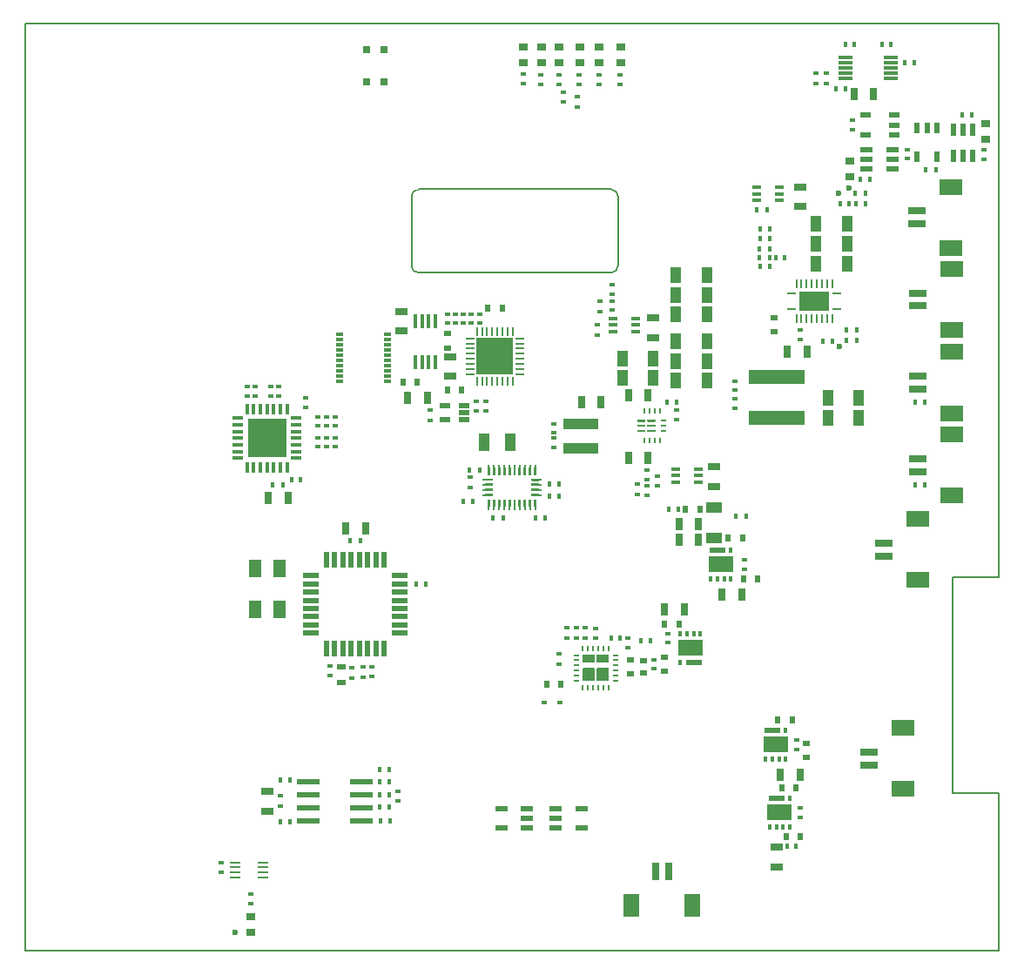
<source format=gtp>
G04*
G04 #@! TF.GenerationSoftware,Altium Limited,Altium Designer,18.1.9 (240)*
G04*
G04 Layer_Color=8421504*
%FSLAX44Y44*%
%MOMM*%
G71*
G01*
G75*
%ADD16C,0.1520*%
%ADD21R,0.8000X1.3000*%
%ADD22R,1.1112X0.2540*%
%ADD23R,1.6000X1.0000*%
%ADD24R,0.4500X0.6000*%
%ADD25R,0.4000X0.6000*%
%ADD26R,0.6000X0.8000*%
%ADD27R,1.3000X0.8000*%
%ADD28R,0.3000X0.6000*%
%ADD29R,1.6000X0.6000*%
%ADD30R,2.4000X1.6000*%
%ADD31R,0.6000X0.4000*%
%ADD32R,0.7000X1.8000*%
%ADD33R,1.6000X2.2000*%
%ADD34R,0.2600X0.9000*%
%ADD35R,0.9000X0.2600*%
%ADD36R,2.9500X1.9500*%
%ADD37C,0.6000*%
%ADD38R,0.8000X0.5500*%
%ADD39R,0.8000X0.6000*%
%ADD40R,0.6000X0.4500*%
%ADD41R,1.1000X0.6000*%
%ADD42R,0.5032X0.3556*%
%ADD43R,0.7500X0.7000*%
%ADD44R,1.0400X0.3300*%
%ADD45R,0.3300X1.0400*%
%ADD46R,3.7000X3.7000*%
%ADD47R,0.9000X0.5000*%
%ADD48R,2.2000X0.6000*%
%ADD49R,5.5000X1.4300*%
%ADD50R,0.7000X1.3000*%
%ADD51R,0.9000X0.7000*%
%ADD52R,1.2700X0.5588*%
%ADD53R,1.4500X0.3000*%
%ADD54R,0.6000X1.1000*%
%ADD55R,0.5588X1.2700*%
%ADD56R,1.0000X1.6000*%
%ADD57R,1.3000X0.7000*%
%ADD58R,0.8400X0.2600*%
%ADD59R,0.2600X0.8400*%
%ADD60R,3.6000X3.6000*%
%ADD61R,0.4500X1.3500*%
%ADD62R,1.0000X0.4700*%
%ADD63R,1.0000X0.2500*%
%ADD64R,0.2500X1.0000*%
%ADD65R,3.4000X0.9800*%
%ADD66R,0.7000X0.3000*%
%ADD67R,1.8000X0.7000*%
%ADD68R,2.2000X1.6000*%
%ADD69R,1.2200X0.6000*%
%ADD70R,1.2000X1.8000*%
%ADD71R,1.5000X0.5500*%
%ADD72R,0.5500X1.5000*%
%ADD73R,1.0000X1.8000*%
%ADD74R,0.8500X0.3500*%
%ADD75R,0.2400X0.6000*%
%ADD76R,0.6000X0.2400*%
%ADD77R,0.2400X0.5750*%
%ADD78R,0.5750X0.2400*%
G36*
X777336Y625546D02*
X759693D01*
Y637438D01*
X777336D01*
Y625546D01*
D02*
G37*
G36*
X472445Y580712D02*
X459020D01*
Y594108D01*
X472445D01*
Y580712D01*
D02*
G37*
G36*
X454419Y580710D02*
X441020D01*
Y594108D01*
X454419D01*
Y580710D01*
D02*
G37*
G36*
X454417Y562687D02*
X441020D01*
Y576108D01*
X454417D01*
Y562687D01*
D02*
G37*
G36*
X472450Y562678D02*
X459020D01*
Y576108D01*
X472450D01*
Y562678D01*
D02*
G37*
G36*
X612453Y516876D02*
X612546Y516848D01*
X612631Y516802D01*
X612706Y516740D01*
X612768Y516665D01*
X612813Y516580D01*
X612842Y516487D01*
X612851Y516390D01*
Y515180D01*
X612842Y515084D01*
X612813Y514991D01*
X612768Y514905D01*
X612706Y514830D01*
X612631Y514769D01*
X612546Y514723D01*
X612453Y514695D01*
X612356Y514685D01*
X605396D01*
X605300Y514695D01*
X605207Y514723D01*
X605121Y514769D01*
X605046Y514830D01*
X604985Y514905D01*
X604939Y514991D01*
X604911Y515084D01*
X604901Y515180D01*
Y516390D01*
X604911Y516487D01*
X604939Y516580D01*
X604985Y516665D01*
X605046Y516740D01*
X605121Y516802D01*
X605207Y516848D01*
X605300Y516876D01*
X605396Y516885D01*
X612356D01*
X612453Y516876D01*
D02*
G37*
G36*
X602503D02*
X602596Y516848D01*
X602681Y516802D01*
X602756Y516740D01*
X602818Y516665D01*
X602864Y516580D01*
X602892Y516487D01*
X602901Y516390D01*
Y515180D01*
X602892Y515084D01*
X602864Y514991D01*
X602818Y514905D01*
X602756Y514830D01*
X602681Y514769D01*
X602596Y514723D01*
X602503Y514695D01*
X602406Y514685D01*
X595446D01*
X595350Y514695D01*
X595257Y514723D01*
X595171Y514769D01*
X595096Y514830D01*
X595035Y514905D01*
X594989Y514991D01*
X594961Y515084D01*
X594951Y515180D01*
Y516390D01*
X594961Y516487D01*
X594989Y516580D01*
X595035Y516665D01*
X595096Y516740D01*
X595171Y516802D01*
X595257Y516848D01*
X595350Y516876D01*
X595446Y516885D01*
X602406D01*
X602503Y516876D01*
D02*
G37*
G36*
X612445Y512076D02*
X612540Y512047D01*
X612627Y512000D01*
X612704Y511938D01*
X612766Y511861D01*
X612813Y511774D01*
X612841Y511680D01*
X612851Y511581D01*
Y510189D01*
X612841Y510091D01*
X612813Y509996D01*
X612766Y509909D01*
X612704Y509833D01*
X612627Y509770D01*
X612540Y509724D01*
X612445Y509695D01*
X612347Y509685D01*
X605405D01*
X605307Y509695D01*
X605212Y509724D01*
X605125Y509770D01*
X605049Y509833D01*
X604986Y509909D01*
X604939Y509996D01*
X604911Y510091D01*
X604901Y510189D01*
Y511581D01*
X604911Y511680D01*
X604939Y511774D01*
X604986Y511861D01*
X605049Y511938D01*
X605125Y512000D01*
X605212Y512047D01*
X605307Y512076D01*
X605405Y512085D01*
X612347D01*
X612445Y512076D01*
D02*
G37*
G36*
X602495D02*
X602590Y512047D01*
X602677Y512000D01*
X602753Y511938D01*
X602816Y511861D01*
X602863Y511774D01*
X602892Y511680D01*
X602901Y511581D01*
Y510189D01*
X602892Y510091D01*
X602863Y509996D01*
X602816Y509909D01*
X602753Y509833D01*
X602677Y509770D01*
X602590Y509724D01*
X602495Y509695D01*
X602397Y509685D01*
X595455D01*
X595357Y509695D01*
X595262Y509724D01*
X595175Y509770D01*
X595099Y509833D01*
X595036Y509909D01*
X594990Y509996D01*
X594961Y510091D01*
X594951Y510189D01*
Y511581D01*
X594961Y511680D01*
X594990Y511774D01*
X595036Y511861D01*
X595099Y511938D01*
X595175Y512000D01*
X595262Y512047D01*
X595357Y512076D01*
X595455Y512085D01*
X602397D01*
X602495Y512076D01*
D02*
G37*
G36*
X612453Y507076D02*
X612546Y507048D01*
X612631Y507002D01*
X612706Y506940D01*
X612768Y506865D01*
X612813Y506780D01*
X612842Y506687D01*
X612851Y506590D01*
Y505380D01*
X612842Y505284D01*
X612813Y505191D01*
X612768Y505105D01*
X612706Y505030D01*
X612631Y504969D01*
X612546Y504923D01*
X612453Y504895D01*
X612356Y504885D01*
X605396D01*
X605300Y504895D01*
X605207Y504923D01*
X605121Y504969D01*
X605046Y505030D01*
X604985Y505105D01*
X604939Y505191D01*
X604911Y505284D01*
X604901Y505380D01*
Y506590D01*
X604911Y506687D01*
X604939Y506780D01*
X604985Y506865D01*
X605046Y506940D01*
X605121Y507002D01*
X605207Y507048D01*
X605300Y507076D01*
X605396Y507085D01*
X612356D01*
X612453Y507076D01*
D02*
G37*
G36*
X602503D02*
X602596Y507048D01*
X602681Y507002D01*
X602756Y506940D01*
X602818Y506865D01*
X602864Y506780D01*
X602892Y506687D01*
X602901Y506590D01*
Y505380D01*
X602892Y505284D01*
X602864Y505191D01*
X602818Y505105D01*
X602756Y505030D01*
X602681Y504969D01*
X602596Y504923D01*
X602503Y504895D01*
X602406Y504885D01*
X595446D01*
X595350Y504895D01*
X595257Y504923D01*
X595171Y504969D01*
X595096Y505030D01*
X595035Y505105D01*
X594989Y505191D01*
X594961Y505284D01*
X594951Y505380D01*
Y506590D01*
X594961Y506687D01*
X594989Y506780D01*
X595035Y506865D01*
X595096Y506940D01*
X595171Y507002D01*
X595257Y507048D01*
X595350Y507076D01*
X595446Y507085D01*
X602406D01*
X602503Y507076D01*
D02*
G37*
G36*
X251259Y482555D02*
X223400D01*
Y510414D01*
X251259D01*
Y482555D01*
D02*
G37*
G36*
X457127Y462920D02*
X454654D01*
Y469900D01*
X457127D01*
Y462920D01*
D02*
G37*
G36*
X497193Y462920D02*
X494654D01*
Y469900D01*
X497193D01*
Y462920D01*
D02*
G37*
G36*
X467146Y462916D02*
X464654D01*
Y469900D01*
X467146D01*
Y462916D01*
D02*
G37*
G36*
X472153Y462907D02*
X469654D01*
Y469900D01*
X472153D01*
Y462907D01*
D02*
G37*
G36*
X477156Y462905D02*
X474654D01*
Y469900D01*
X477156D01*
Y462905D01*
D02*
G37*
G36*
X492162Y462905D02*
X489654D01*
Y469900D01*
X492162D01*
Y462905D01*
D02*
G37*
G36*
X487159Y462904D02*
X484654D01*
Y469900D01*
X487159D01*
Y462904D01*
D02*
G37*
G36*
X462150Y462904D02*
X459654D01*
Y469900D01*
X462150D01*
Y462904D01*
D02*
G37*
G36*
X482156Y462903D02*
X479654D01*
Y469900D01*
X482156D01*
Y462903D01*
D02*
G37*
G36*
X452149Y462903D02*
X449654D01*
Y469900D01*
X452149D01*
Y462903D01*
D02*
G37*
G36*
X454381Y457173D02*
X447388D01*
Y459635D01*
X454381D01*
Y457173D01*
D02*
G37*
G36*
X499421Y457133D02*
X492428D01*
Y459674D01*
X499421D01*
Y457133D01*
D02*
G37*
G36*
X454399Y452155D02*
X447399D01*
Y454645D01*
X454399D01*
Y452155D01*
D02*
G37*
G36*
X499406Y452148D02*
X492405D01*
Y454651D01*
X499406D01*
Y452148D01*
D02*
G37*
G36*
X454400Y447154D02*
X447397D01*
Y449643D01*
X454400D01*
Y447154D01*
D02*
G37*
G36*
X499422Y447132D02*
X492415D01*
Y449661D01*
X499422D01*
Y447132D01*
D02*
G37*
G36*
X454403Y442151D02*
X447402D01*
Y444648D01*
X454403D01*
Y442151D01*
D02*
G37*
G36*
X499410Y442144D02*
X492406D01*
Y444652D01*
X499410D01*
Y442144D01*
D02*
G37*
G36*
X462148Y431889D02*
X459654D01*
Y438900D01*
X462148D01*
Y431889D01*
D02*
G37*
G36*
X497170Y431887D02*
X494654D01*
Y438900D01*
X497170D01*
Y431887D01*
D02*
G37*
G36*
X492171Y431883D02*
X489654D01*
Y438900D01*
X492171D01*
Y431883D01*
D02*
G37*
G36*
X467148Y431883D02*
X464654D01*
Y438900D01*
X467148D01*
Y431883D01*
D02*
G37*
G36*
X487168Y431881D02*
X484654D01*
Y438900D01*
X487168D01*
Y431881D01*
D02*
G37*
G36*
X457137D02*
X454654D01*
Y438900D01*
X457137D01*
Y431881D01*
D02*
G37*
G36*
X452129Y431878D02*
X449654D01*
Y438900D01*
X452129D01*
Y431878D01*
D02*
G37*
G36*
X472152Y431869D02*
X469654D01*
Y438900D01*
X472152D01*
Y431869D01*
D02*
G37*
G36*
X477161Y431867D02*
X474654D01*
Y438900D01*
X477161D01*
Y431867D01*
D02*
G37*
G36*
X482171Y431863D02*
X479654D01*
Y438900D01*
X482171D01*
Y431863D01*
D02*
G37*
G36*
X688125Y368567D02*
X677520D01*
Y383270D01*
X688125D01*
Y368567D01*
D02*
G37*
G36*
X675519Y368563D02*
X664920D01*
Y383270D01*
X675519D01*
Y368563D01*
D02*
G37*
G36*
X658284Y287334D02*
X647685D01*
Y302041D01*
X658284D01*
Y287334D01*
D02*
G37*
G36*
X645684D02*
X635079D01*
Y302037D01*
X645684D01*
Y287334D01*
D02*
G37*
G36*
X567744Y287853D02*
Y281253D01*
X567244Y280753D01*
X556364D01*
X555864Y281253D01*
Y287853D01*
X556364Y288353D01*
X567244D01*
X567744Y287853D01*
D02*
G37*
G36*
X553864D02*
Y281253D01*
X553364Y280753D01*
X542484D01*
X541984Y281253D01*
Y287853D01*
X542484Y288353D01*
X553364D01*
X553864Y287853D01*
D02*
G37*
G36*
X567744Y275053D02*
Y263053D01*
X567244Y262553D01*
X556364D01*
X555864Y263053D01*
Y275053D01*
X556364Y275553D01*
X567244D01*
X567744Y275053D01*
D02*
G37*
G36*
X553864D02*
Y263053D01*
X553364Y262553D01*
X542484D01*
X541984Y263053D01*
Y275053D01*
X542484Y275553D01*
X553364D01*
X553864Y275053D01*
D02*
G37*
G36*
X741268Y193488D02*
X730663D01*
Y208192D01*
X741268D01*
Y193488D01*
D02*
G37*
G36*
X728661Y193484D02*
X718063D01*
Y208192D01*
X728661D01*
Y193484D01*
D02*
G37*
G36*
X745195Y127267D02*
X734590D01*
Y141970D01*
X745195D01*
Y127267D01*
D02*
G37*
G36*
X732589Y127263D02*
X721990D01*
Y141970D01*
X732589D01*
Y127263D01*
D02*
G37*
D16*
X576580Y733724D02*
G03*
X569484Y740820I-7096J0D01*
G01*
X382680Y740820D02*
G03*
X375604Y733744I-0J-7076D01*
G01*
X375604Y666558D02*
G03*
X382642Y659520I7038J0D01*
G01*
X569299Y659520D02*
G03*
X576580Y666801I0J7281D01*
G01*
X382680Y740820D02*
X569484Y740820D01*
X375604Y733744D02*
X375604Y666558D01*
X382642Y659520D02*
X569299Y659520D01*
X576580Y666801D02*
X576580Y733724D01*
X946658Y363220D02*
Y901700D01*
X0D02*
X946658D01*
X0Y0D02*
Y901700D01*
Y0D02*
X946658D01*
Y153670D01*
X901700D02*
X946658D01*
X901700D02*
Y363220D01*
X946658D01*
D21*
X824840Y833120D02*
D03*
X805840D02*
D03*
X654716Y400152D02*
D03*
X635716D02*
D03*
X654716Y415646D02*
D03*
X635716D02*
D03*
X372046Y538374D02*
D03*
X391046D02*
D03*
X236359Y440704D02*
D03*
X255359D02*
D03*
X605751Y540690D02*
D03*
X586751D02*
D03*
X330748Y410718D02*
D03*
X311748D02*
D03*
X734472Y171744D02*
D03*
X753472D02*
D03*
X605751Y479730D02*
D03*
X586751D02*
D03*
X677824Y347050D02*
D03*
X696824D02*
D03*
X640944Y332204D02*
D03*
X621944D02*
D03*
D22*
X230924Y71240D02*
D03*
Y76240D02*
D03*
Y81240D02*
D03*
Y86240D02*
D03*
X203924D02*
D03*
Y81240D02*
D03*
Y76240D02*
D03*
Y71240D02*
D03*
D23*
X669828Y401560D02*
D03*
Y431560D02*
D03*
D24*
X690894Y422640D02*
D03*
X700894D02*
D03*
X240446Y453404D02*
D03*
X250446D02*
D03*
X798553Y604187D02*
D03*
X808553D02*
D03*
X798553Y594027D02*
D03*
X808553D02*
D03*
X785360Y593217D02*
D03*
X775360D02*
D03*
X797994Y838200D02*
D03*
X787994D02*
D03*
X721304Y720700D02*
D03*
X711304D02*
D03*
X316248Y398780D02*
D03*
X326248D02*
D03*
X875444Y759460D02*
D03*
X885444D02*
D03*
X431880Y467900D02*
D03*
X441880D02*
D03*
X454804Y421000D02*
D03*
X464804D02*
D03*
X807137Y736600D02*
D03*
X817137D02*
D03*
X713633Y674208D02*
D03*
X723633D02*
D03*
X713633Y682797D02*
D03*
X723633D02*
D03*
D25*
X625968Y429260D02*
D03*
X634968D02*
D03*
X740784Y101600D02*
D03*
X749784D02*
D03*
X821440Y750206D02*
D03*
X812440D02*
D03*
X797244Y881700D02*
D03*
X806244D02*
D03*
X258950Y458400D02*
D03*
X267950D02*
D03*
X380248Y357104D02*
D03*
X389248D02*
D03*
X354034Y176144D02*
D03*
X345034D02*
D03*
Y164714D02*
D03*
X354034D02*
D03*
Y152014D02*
D03*
X345034D02*
D03*
X354044Y139834D02*
D03*
X345044D02*
D03*
X345614Y126614D02*
D03*
X354614D02*
D03*
X257514Y165984D02*
D03*
X248514D02*
D03*
X257514Y125344D02*
D03*
X248514D02*
D03*
X841804Y881700D02*
D03*
X832804D02*
D03*
X864544Y863600D02*
D03*
X855544D02*
D03*
X911424Y812800D02*
D03*
X920424D02*
D03*
X510104Y454277D02*
D03*
X519104D02*
D03*
X569489Y304264D02*
D03*
X578489D02*
D03*
X608004Y301724D02*
D03*
X599004D02*
D03*
X865704Y453400D02*
D03*
X874704D02*
D03*
X865704Y533400D02*
D03*
X874704D02*
D03*
X426284Y436880D02*
D03*
X435284D02*
D03*
X505354Y421000D02*
D03*
X496354D02*
D03*
X519104Y441960D02*
D03*
X510104D02*
D03*
X807940Y726440D02*
D03*
X816940D02*
D03*
X723883Y693237D02*
D03*
X714883D02*
D03*
X723883Y665619D02*
D03*
X714883D02*
D03*
X738630Y674208D02*
D03*
X729630D02*
D03*
X792397Y726440D02*
D03*
X801397D02*
D03*
X723883Y701826D02*
D03*
X714883D02*
D03*
X624404Y533400D02*
D03*
X633404D02*
D03*
D26*
X642030Y429260D02*
D03*
X656030D02*
D03*
X753876Y110980D02*
D03*
X739876D02*
D03*
X749456Y158280D02*
D03*
X735456D02*
D03*
X712371Y361920D02*
D03*
X698371D02*
D03*
X449720Y625280D02*
D03*
X463720D02*
D03*
X367334Y553324D02*
D03*
X381334D02*
D03*
X424514Y545778D02*
D03*
X410514D02*
D03*
X745972Y225084D02*
D03*
X731972D02*
D03*
X697399Y401320D02*
D03*
X683399D02*
D03*
X621904Y318044D02*
D03*
X635904D02*
D03*
X506884Y259708D02*
D03*
X520884D02*
D03*
D27*
X730340Y100940D02*
D03*
Y81940D02*
D03*
X235234Y136164D02*
D03*
Y155164D02*
D03*
X365500Y622148D02*
D03*
Y603148D02*
D03*
X413330Y558748D02*
D03*
Y577748D02*
D03*
D28*
X723840Y120620D02*
D03*
X730340D02*
D03*
X736840D02*
D03*
X743340D02*
D03*
Y148620D02*
D03*
X719912Y186842D02*
D03*
X726413D02*
D03*
X732913D02*
D03*
X739413D02*
D03*
Y214841D02*
D03*
X666770Y361920D02*
D03*
X673270D02*
D03*
X679770D02*
D03*
X686270D02*
D03*
Y389920D02*
D03*
X656434Y308684D02*
D03*
X649934D02*
D03*
X643434D02*
D03*
X636934D02*
D03*
Y280684D02*
D03*
D29*
X730340Y148620D02*
D03*
X726413Y214841D02*
D03*
X673270Y389920D02*
D03*
X649934Y280684D02*
D03*
D30*
X733590Y134620D02*
D03*
X729662Y200842D02*
D03*
X676520Y375920D02*
D03*
X646684Y294684D02*
D03*
D31*
X753876Y138920D02*
D03*
Y129920D02*
D03*
X699304Y380620D02*
D03*
Y371620D02*
D03*
X301390Y519664D02*
D03*
Y510664D02*
D03*
X272978Y528660D02*
D03*
Y537660D02*
D03*
X215908Y548699D02*
D03*
Y539699D02*
D03*
X223528Y548699D02*
D03*
Y539699D02*
D03*
X239060Y548699D02*
D03*
Y539699D02*
D03*
X246680Y548699D02*
D03*
Y539699D02*
D03*
X292958Y510704D02*
D03*
Y519704D02*
D03*
X284814Y510744D02*
D03*
Y519744D02*
D03*
X292958Y490383D02*
D03*
Y499383D02*
D03*
X284814Y490384D02*
D03*
Y499384D02*
D03*
X301390Y490344D02*
D03*
Y499344D02*
D03*
X296198Y267864D02*
D03*
Y276864D02*
D03*
X337378Y267264D02*
D03*
Y276264D02*
D03*
X690270Y554379D02*
D03*
Y545379D02*
D03*
Y537179D02*
D03*
Y528179D02*
D03*
X753910Y594628D02*
D03*
Y603628D02*
D03*
X518832Y851973D02*
D03*
Y842973D02*
D03*
X501527Y851973D02*
D03*
Y842973D02*
D03*
X484509Y852973D02*
D03*
Y843973D02*
D03*
X538443Y851973D02*
D03*
Y842973D02*
D03*
X557780Y851973D02*
D03*
Y842973D02*
D03*
X578595Y851973D02*
D03*
Y842973D02*
D03*
X523403Y835080D02*
D03*
Y826080D02*
D03*
X857504Y779460D02*
D03*
Y770460D02*
D03*
X932180Y770300D02*
D03*
Y779300D02*
D03*
X513649Y512871D02*
D03*
Y503871D02*
D03*
Y498700D02*
D03*
Y489700D02*
D03*
X438904Y525499D02*
D03*
Y534499D02*
D03*
X441706Y610590D02*
D03*
Y619590D02*
D03*
X433832D02*
D03*
Y610590D02*
D03*
X426281Y619590D02*
D03*
Y610590D02*
D03*
X418473Y619590D02*
D03*
Y610590D02*
D03*
X410464Y619590D02*
D03*
Y610590D02*
D03*
X624654Y299734D02*
D03*
Y308734D02*
D03*
X750093Y196341D02*
D03*
Y205341D02*
D03*
X554864Y304234D02*
D03*
Y313234D02*
D03*
X611767Y274364D02*
D03*
Y283364D02*
D03*
X570484Y632320D02*
D03*
Y623320D02*
D03*
X633730Y525728D02*
D03*
Y516728D02*
D03*
X570484Y647954D02*
D03*
Y638954D02*
D03*
X604484Y452302D02*
D03*
Y443302D02*
D03*
X604520Y467536D02*
D03*
Y458536D02*
D03*
X190500Y85740D02*
D03*
Y76740D02*
D03*
X219649Y55400D02*
D03*
Y46400D02*
D03*
D32*
X613030Y77380D02*
D03*
X625530D02*
D03*
D33*
X589530Y44380D02*
D03*
X649030D02*
D03*
D34*
X784863Y615418D02*
D03*
X749863Y649118D02*
D03*
Y615418D02*
D03*
X754863D02*
D03*
X759863D02*
D03*
X764863D02*
D03*
X769863D02*
D03*
X774863D02*
D03*
X779863D02*
D03*
X784863Y649118D02*
D03*
X779863D02*
D03*
X774863D02*
D03*
X769863D02*
D03*
X764863D02*
D03*
X759863D02*
D03*
X754863D02*
D03*
D35*
X789212Y624768D02*
D03*
X745513Y639768D02*
D03*
Y624768D02*
D03*
X789212Y639768D02*
D03*
D36*
X767363Y632268D02*
D03*
D37*
X791000Y736900D02*
D03*
X801060Y742380D02*
D03*
X791708Y587714D02*
D03*
X203924Y18000D02*
D03*
D38*
X600964Y282574D02*
D03*
Y270074D02*
D03*
D39*
X728252Y616288D02*
D03*
Y602288D02*
D03*
X410972Y600598D02*
D03*
Y586598D02*
D03*
X759613Y202104D02*
D03*
Y188104D02*
D03*
X621284Y285868D02*
D03*
Y271868D02*
D03*
X588264Y283324D02*
D03*
Y269324D02*
D03*
D40*
X804164Y798373D02*
D03*
Y808373D02*
D03*
X328508Y276124D02*
D03*
Y266124D02*
D03*
X317782Y275564D02*
D03*
Y265564D02*
D03*
X362844Y145664D02*
D03*
Y155664D02*
D03*
X247904Y140724D02*
D03*
Y150724D02*
D03*
X779034Y853758D02*
D03*
Y843758D02*
D03*
X768874Y853758D02*
D03*
Y843758D02*
D03*
X537188Y820983D02*
D03*
Y830983D02*
D03*
X556260Y598981D02*
D03*
Y608981D02*
D03*
X448048Y534999D02*
D03*
Y524999D02*
D03*
X393768Y515828D02*
D03*
Y525828D02*
D03*
X614680Y462200D02*
D03*
Y452200D02*
D03*
X518964Y288944D02*
D03*
Y278944D02*
D03*
X585724Y304734D02*
D03*
Y294734D02*
D03*
X526570Y314344D02*
D03*
Y304344D02*
D03*
X535739Y314344D02*
D03*
Y304344D02*
D03*
X544364Y314344D02*
D03*
Y304344D02*
D03*
X432364Y460780D02*
D03*
Y450780D02*
D03*
X559054Y622126D02*
D03*
Y632126D02*
D03*
X595098Y444432D02*
D03*
Y454432D02*
D03*
D41*
X816940Y793873D02*
D03*
Y812873D02*
D03*
X844940D02*
D03*
Y803373D02*
D03*
Y793873D02*
D03*
D42*
X519581Y241272D02*
D03*
X504547D02*
D03*
D43*
X348728Y877060D02*
D03*
Y845060D02*
D03*
X332228D02*
D03*
Y877060D02*
D03*
D44*
X263450Y479214D02*
D03*
Y485714D02*
D03*
Y492214D02*
D03*
Y498714D02*
D03*
Y505214D02*
D03*
Y511714D02*
D03*
Y518214D02*
D03*
X206750D02*
D03*
Y511714D02*
D03*
Y505214D02*
D03*
Y498714D02*
D03*
Y492214D02*
D03*
Y485714D02*
D03*
Y479214D02*
D03*
D45*
X215600Y470364D02*
D03*
X222100D02*
D03*
X228600D02*
D03*
X235100D02*
D03*
X241600D02*
D03*
X248100D02*
D03*
X254600D02*
D03*
Y527064D02*
D03*
X248100D02*
D03*
X241600D02*
D03*
X235100D02*
D03*
X228600D02*
D03*
X222100D02*
D03*
X215600D02*
D03*
D46*
X235100Y498714D02*
D03*
D47*
X307238Y261184D02*
D03*
Y276184D02*
D03*
D48*
X275274Y152014D02*
D03*
X327274D02*
D03*
X275274Y164714D02*
D03*
Y139314D02*
D03*
Y126614D02*
D03*
X327274Y164714D02*
D03*
Y139314D02*
D03*
Y126614D02*
D03*
D49*
X730504Y518280D02*
D03*
Y558680D02*
D03*
D50*
X741324Y582510D02*
D03*
X760324D02*
D03*
X541089Y533451D02*
D03*
X560089D02*
D03*
D51*
X538998Y864163D02*
D03*
Y879163D02*
D03*
X519489Y864163D02*
D03*
Y879163D02*
D03*
X502285Y864163D02*
D03*
Y879163D02*
D03*
X484761Y864163D02*
D03*
Y879163D02*
D03*
X558233Y864163D02*
D03*
Y879163D02*
D03*
X578947Y864163D02*
D03*
Y879163D02*
D03*
X933704Y789730D02*
D03*
Y804730D02*
D03*
X219649Y33000D02*
D03*
Y18000D02*
D03*
X801853Y768446D02*
D03*
Y753446D02*
D03*
D52*
X817790Y760795D02*
D03*
Y770193D02*
D03*
Y779591D02*
D03*
X843698D02*
D03*
Y770193D02*
D03*
Y760795D02*
D03*
D53*
X841994Y848758D02*
D03*
Y853758D02*
D03*
Y858758D02*
D03*
Y863758D02*
D03*
Y868758D02*
D03*
X797994Y848758D02*
D03*
Y853758D02*
D03*
Y858758D02*
D03*
Y863758D02*
D03*
Y868758D02*
D03*
D54*
X886444Y772216D02*
D03*
X867444D02*
D03*
Y800216D02*
D03*
X876944D02*
D03*
X886444D02*
D03*
D55*
X921242Y773066D02*
D03*
X911844D02*
D03*
X902446D02*
D03*
Y798974D02*
D03*
X911844D02*
D03*
X921242D02*
D03*
D56*
X662616Y657338D02*
D03*
X632616D02*
D03*
X662616Y638275D02*
D03*
X632616D02*
D03*
X662616Y619212D02*
D03*
X632616D02*
D03*
X580630Y576250D02*
D03*
X610630D02*
D03*
X580630Y557700D02*
D03*
X610630D02*
D03*
X799133Y687914D02*
D03*
X769133D02*
D03*
X799133Y668169D02*
D03*
X769133D02*
D03*
X799133Y707659D02*
D03*
X769133D02*
D03*
X632616Y592813D02*
D03*
X662616D02*
D03*
X632616Y573750D02*
D03*
X662616D02*
D03*
X632616Y554687D02*
D03*
X662616D02*
D03*
X780465Y518411D02*
D03*
X810465D02*
D03*
X780465Y538168D02*
D03*
X810465D02*
D03*
D57*
X610713Y596675D02*
D03*
Y615675D02*
D03*
X753910Y724248D02*
D03*
Y743248D02*
D03*
X669828Y451904D02*
D03*
Y470904D02*
D03*
D58*
X481070Y560908D02*
D03*
Y565908D02*
D03*
Y570908D02*
D03*
Y575908D02*
D03*
Y580908D02*
D03*
Y585908D02*
D03*
Y590908D02*
D03*
Y595908D02*
D03*
X432370D02*
D03*
Y590908D02*
D03*
Y585908D02*
D03*
Y580908D02*
D03*
Y575908D02*
D03*
Y570908D02*
D03*
Y565908D02*
D03*
Y560908D02*
D03*
D59*
X439220Y554058D02*
D03*
X444220D02*
D03*
X449220D02*
D03*
X454220D02*
D03*
X459220D02*
D03*
X464220D02*
D03*
X469220D02*
D03*
X474220D02*
D03*
Y602758D02*
D03*
X469220D02*
D03*
X464220D02*
D03*
X459220D02*
D03*
X454220D02*
D03*
X449220D02*
D03*
X444220D02*
D03*
X439220D02*
D03*
D60*
X456720Y578408D02*
D03*
D61*
X379500Y572640D02*
D03*
X386000D02*
D03*
X392500D02*
D03*
X399000D02*
D03*
X379500Y612140D02*
D03*
X386000D02*
D03*
X392500D02*
D03*
X399000D02*
D03*
D62*
X426572Y517200D02*
D03*
Y530200D02*
D03*
X408572Y517200D02*
D03*
Y530200D02*
D03*
X426572Y523700D02*
D03*
D63*
X497404Y458400D02*
D03*
Y453400D02*
D03*
Y448400D02*
D03*
Y443400D02*
D03*
X449404Y458400D02*
D03*
Y453400D02*
D03*
Y448400D02*
D03*
Y443400D02*
D03*
D64*
X450904Y433900D02*
D03*
X455904D02*
D03*
X460904D02*
D03*
X465904D02*
D03*
X470904D02*
D03*
X475904D02*
D03*
X480904D02*
D03*
X485904D02*
D03*
X490904D02*
D03*
X495904D02*
D03*
Y467900D02*
D03*
X490904D02*
D03*
X485904D02*
D03*
X480904D02*
D03*
X475904D02*
D03*
X470904D02*
D03*
X465904D02*
D03*
X460904D02*
D03*
X455904D02*
D03*
X450904D02*
D03*
D65*
X540428Y512593D02*
D03*
Y488893D02*
D03*
D66*
X351900Y599400D02*
D03*
X305900D02*
D03*
X351900Y594400D02*
D03*
X305900D02*
D03*
X351900Y589400D02*
D03*
X305900D02*
D03*
X351900Y584400D02*
D03*
X305900D02*
D03*
X351900Y579400D02*
D03*
X305900D02*
D03*
X351900Y574400D02*
D03*
X305900D02*
D03*
X351900Y569400D02*
D03*
X305900D02*
D03*
X351900Y564400D02*
D03*
X305900D02*
D03*
X351900Y559400D02*
D03*
X305900D02*
D03*
X351900Y554400D02*
D03*
X305900D02*
D03*
D67*
X867340Y707248D02*
D03*
Y719748D02*
D03*
X868070Y627481D02*
D03*
Y639981D02*
D03*
Y559011D02*
D03*
Y546511D02*
D03*
Y478766D02*
D03*
Y466266D02*
D03*
X834984Y396680D02*
D03*
Y384180D02*
D03*
X820440Y193480D02*
D03*
Y180980D02*
D03*
D68*
X900340Y683748D02*
D03*
Y743248D02*
D03*
X901070Y603981D02*
D03*
Y663481D02*
D03*
Y582510D02*
D03*
Y523011D02*
D03*
Y502266D02*
D03*
Y442766D02*
D03*
X867984Y420180D02*
D03*
Y360680D02*
D03*
X853440Y216980D02*
D03*
Y157480D02*
D03*
D69*
X462849Y119736D02*
D03*
Y138736D02*
D03*
X487749D02*
D03*
Y129236D02*
D03*
Y119736D02*
D03*
X540770Y138720D02*
D03*
Y119720D02*
D03*
X515870D02*
D03*
Y129220D02*
D03*
Y138720D02*
D03*
D70*
X247228Y372344D02*
D03*
Y332344D02*
D03*
X223228D02*
D03*
Y372344D02*
D03*
D71*
X364068Y365104D02*
D03*
Y357104D02*
D03*
Y349104D02*
D03*
Y341104D02*
D03*
Y333104D02*
D03*
Y325104D02*
D03*
Y317104D02*
D03*
Y309104D02*
D03*
X278068D02*
D03*
Y317104D02*
D03*
Y325104D02*
D03*
Y333104D02*
D03*
Y341104D02*
D03*
Y349104D02*
D03*
Y357104D02*
D03*
Y365104D02*
D03*
D72*
X349068Y294104D02*
D03*
X341068D02*
D03*
X333068D02*
D03*
X325068D02*
D03*
X317068D02*
D03*
X309068D02*
D03*
X301068D02*
D03*
X293068D02*
D03*
Y380104D02*
D03*
X301068D02*
D03*
X309068D02*
D03*
X317068D02*
D03*
X325068D02*
D03*
X333068D02*
D03*
X341068D02*
D03*
X349068D02*
D03*
D73*
X471678Y495050D02*
D03*
X446678D02*
D03*
D74*
X571255Y615374D02*
D03*
Y608875D02*
D03*
Y602374D02*
D03*
X593255D02*
D03*
Y608875D02*
D03*
Y615374D02*
D03*
X632434Y468780D02*
D03*
Y462280D02*
D03*
Y455780D02*
D03*
X654434D02*
D03*
Y462280D02*
D03*
Y468780D02*
D03*
X711590Y742788D02*
D03*
Y736288D02*
D03*
Y729788D02*
D03*
X733590D02*
D03*
Y736288D02*
D03*
Y742788D02*
D03*
D75*
X601951Y524885D02*
D03*
X606951D02*
D03*
X611951D02*
D03*
X616951D02*
D03*
Y496885D02*
D03*
X611951D02*
D03*
X606951D02*
D03*
X601951D02*
D03*
D76*
X620951Y515885D02*
D03*
Y510885D02*
D03*
Y505885D02*
D03*
D77*
X567364Y256178D02*
D03*
X562364D02*
D03*
X557364D02*
D03*
X552364D02*
D03*
X547364D02*
D03*
X542364D02*
D03*
Y294428D02*
D03*
X547364D02*
D03*
X552364D02*
D03*
X557364D02*
D03*
X562364D02*
D03*
X567364D02*
D03*
D78*
X535739Y262803D02*
D03*
Y267803D02*
D03*
Y272803D02*
D03*
Y277803D02*
D03*
Y282803D02*
D03*
Y287803D02*
D03*
X573989D02*
D03*
Y282803D02*
D03*
Y277803D02*
D03*
Y272803D02*
D03*
Y267803D02*
D03*
Y262803D02*
D03*
M02*

</source>
